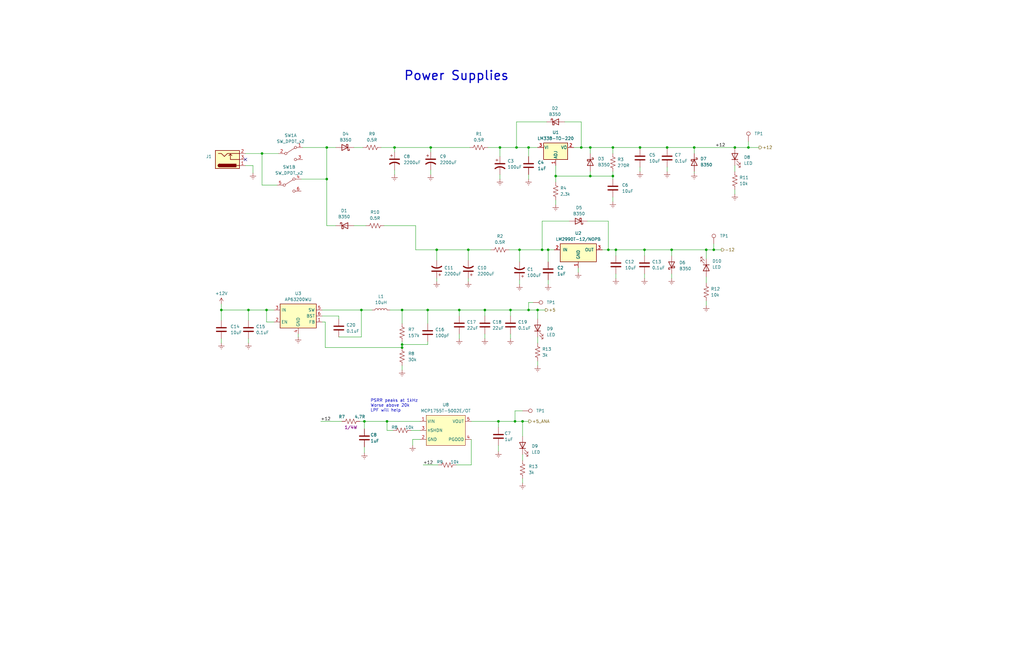
<source format=kicad_sch>
(kicad_sch (version 20230121) (generator eeschema)
  (paper "B")
  (title_block (title "Quadrophonic Joystick Mixer") (date "2024-02-14") (rev "P1"))
  (lib_symbols
    (symbol "Connector:Barrel_Jack_Switch" (pin_names hide)
      (property "Reference" "J" (at 0 5.334 0))
      (property "Value" "Barrel_Jack_Switch" (at 0 -5.08 0))
      (symbol "Barrel_Jack_Switch_1_1"
        (pin passive line (at 7.62 2.54 180) (length 2.54) (name "~") (number "1"))
        (pin passive line (at 7.62 -2.54 180) (length 2.54) (name "~") (number "2"))
        (pin passive line (at 7.62 0 180) (length 2.54) (name "~") (number "3"))
      )
    )
    (symbol "Connector:TestPoint" (pin_numbers hide) (pin_names (offset 0.762) hide)
      (property "Reference" "TP" (at 0 6.858 0))
      (property "Value" "TestPoint" (at 0 5.08 0))
      (symbol "TestPoint_1_1"
        (pin passive line (at 0 0 90) (length 2.54) (name "1") (number "1"))
      )
    )
    (symbol "Device:C" (pin_numbers hide) (pin_names (offset 0.254))
      (property "Reference" "C" (at 0.635 2.54 0))
      (property "Value" "C" (at 0.635 -2.54 0))
      (symbol "C_1_1"
        (pin passive line (at 0 3.81 270) (length 2.794) (name "~") (number "1"))
        (pin passive line (at 0 -3.81 90) (length 2.794) (name "~") (number "2"))
      )
    )
    (symbol "Device:C_Polarized_US" (pin_numbers hide) (pin_names (offset 0.254) hide)
      (property "Reference" "C" (at 0.635 2.54 0))
      (property "Value" "C_Polarized_US" (at 0.635 -2.54 0))
      (symbol "C_Polarized_US_1_1"
        (pin passive line (at 0 3.81 270) (length 2.794) (name "~") (number "1"))
        (pin passive line (at 0 -3.81 90) (length 3.302) (name "~") (number "2"))
      )
    )
    (symbol "Device:L" (pin_numbers hide) (pin_names (offset 1.016) hide)
      (property "Reference" "L" (at -1.27 0 90))
      (property "Value" "L" (at 1.905 0 90))
      (symbol "L_1_1"
        (pin passive line (at 0 3.81 270) (length 1.27) (name "1") (number "1"))
        (pin passive line (at 0 -3.81 90) (length 1.27) (name "2") (number "2"))
      )
    )
    (symbol "Device:LED" (pin_numbers hide) (pin_names (offset 1.016) hide)
      (property "Reference" "D" (at 0 2.54 0))
      (property "Value" "LED" (at 0 -2.54 0))
      (symbol "LED_1_1"
        (pin passive line (at -3.81 0 0) (length 2.54) (name "K") (number "1"))
        (pin passive line (at 3.81 0 180) (length 2.54) (name "A") (number "2"))
      )
    )
    (symbol "Device:R_US" (pin_numbers hide) (pin_names (offset 0))
      (property "Reference" "R" (at 2.54 0 90))
      (property "Value" "R_US" (at -2.54 0 90))
      (symbol "R_US_1_1"
        (pin passive line (at 0 3.81 270) (length 1.27) (name "~") (number "1"))
        (pin passive line (at 0 -3.81 90) (length 1.27) (name "~") (number "2"))
      )
    )
    (symbol "Diode:B350" (pin_numbers hide) (pin_names (offset 1.016) hide)
      (property "Reference" "D" (at 0 2.54 0))
      (property "Value" "B350" (at 0 -2.54 0))
      (symbol "B350_1_1"
        (pin passive line (at -3.81 0 0) (length 2.54) (name "K") (number "1"))
        (pin passive line (at 3.81 0 180) (length 2.54) (name "A") (number "2"))
      )
    )
    (symbol "Eyewool ICs:LM338-TO-220" (pin_names (offset 0.254))
      (property "Reference" "U" (at -3.81 3.175 0))
      (property "Value" "LM338-TO-220" (at 0 3.175 0))
      (symbol "LM338-TO-220_1_1"
        (pin input line (at 0 -7.62 90) (length 2.54) (name "ADJ") (number "1"))
        (pin power_out line (at 7.62 0 180) (length 2.54) (name "VO") (number "2"))
        (pin power_in line (at -7.62 0 0) (length 2.54) (name "VI") (number "3"))
      )
    )
    (symbol "Eyewool ICs:MCP1755T-5002E{slash}OT"
      (property "Reference" "U" (at -3.81 7.62 0))
      (property "Value" "MCP1755T-5002E{slash}OT" (at 2.54 -7.62 0))
      (symbol "MCP1755T-5002E{slash}OT_1_1"
        (pin power_in line (at -8.89 3.81 0) (length 2.54) (name "VIN") (number "1"))
        (pin power_in line (at -8.89 -3.81 0) (length 2.54) (name "GND") (number "2"))
        (pin input line (at -8.89 0 0) (length 2.54) (name "nSHDN") (number "3"))
        (pin output line (at 12.7 -3.81 180) (length 2.54) (name "PGOOD") (number "4"))
        (pin power_out line (at 12.7 3.81 180) (length 2.54) (name "VOUT") (number "5"))
      )
    )
    (symbol "Regulator_Linear:LM2990SX-12" (pin_names (offset 1.016))
      (property "Reference" "U" (at -7.874 4.064 0))
      (property "Value" "LM2990SX-12" (at -3.048 4.064 0))
      (symbol "LM2990SX-12_1_1"
        (pin power_in line (at 0 -7.62 90) (length 2.54) (name "GND") (number "1"))
        (pin power_in line (at -10.16 0 0) (length 2.54) (name "IN") (number "2"))
        (pin power_out line (at 10.16 0 180) (length 2.54) (name "OUT") (number "3"))
      )
    )
    (symbol "Regulator_Switching:AP63200WU"
      (property "Reference" "U" (at -7.62 6.35 0))
      (property "Value" "AP63200WU" (at 2.54 6.35 0))
      (symbol "AP63200WU_1_1"
        (pin input line (at 10.16 -2.54 180) (length 2.54) (name "FB") (number "1"))
        (pin input line (at -10.16 -2.54 0) (length 2.54) (name "EN") (number "2"))
        (pin power_in line (at -10.16 2.54 0) (length 2.54) (name "IN") (number "3"))
        (pin power_in line (at 0 -7.62 90) (length 2.54) (name "GND") (number "4"))
        (pin output line (at 10.16 2.54 180) (length 2.54) (name "SW") (number "5"))
        (pin passive line (at 10.16 0 180) (length 2.54) (name "BST") (number "6"))
      )
    )
    (symbol "Switch:SW_DPDT_x2" (pin_names (offset 0) hide)
      (property "Reference" "SW" (at 0 4.318 0))
      (property "Value" "SW_DPDT_x2" (at 0 -5.08 0))
      (symbol "SW_DPDT_x2_1_1"
        (pin passive line (at 5.08 2.54 180) (length 2.54) (name "A") (number "1"))
        (pin passive line (at -5.08 0 0) (length 2.54) (name "B") (number "2"))
        (pin passive line (at 5.08 -2.54 180) (length 2.54) (name "C") (number "3"))
      )
      (symbol "SW_DPDT_x2_2_1"
        (pin passive line (at 5.08 2.54 180) (length 2.54) (name "A") (number "4"))
        (pin passive line (at -5.08 0 0) (length 2.54) (name "B") (number "5"))
        (pin passive line (at 5.08 -2.54 180) (length 2.54) (name "C") (number "6"))
      )
    )
    (symbol "power:+12V" (power) (pin_names (offset 0))
      (property "Value" "+12V" (at 0 3.556 0))
      (symbol "+12V_1_1"
        (pin power_in line (at 0 0 90) (length 0) hide (name "+12V") (number "1"))
      )
    )
    (symbol "power:Earth" (power) (pin_names (offset 0))
      (symbol "Earth_1_1"
        (pin power_in line (at 0 0 270) (length 0) hide (name "Earth") (number "1"))
      )
    )
  )
  (junction (at 222.885 130.81))
  (junction (at 219.075 105.41))
  (junction (at 169.545 145.415))
  (junction (at 300.99 105.41))
  (junction (at 153.67 177.8))
  (junction (at 93.345 130.81))
  (junction (at 217.805 62.23))
  (junction (at 112.395 130.81))
  (junction (at 222.885 62.23))
  (junction (at 245.11 62.23))
  (junction (at 258.445 74.295))
  (junction (at 281.305 62.23))
  (junction (at 259.715 105.41))
  (junction (at 283.21 105.41))
  (junction (at 152.4 130.81))
  (junction (at 169.545 130.81))
  (junction (at 180.34 130.81))
  (junction (at 258.445 62.23))
  (junction (at 271.78 105.41))
  (junction (at 231.14 105.41))
  (junction (at 163.195 177.8))
  (junction (at 248.92 74.295))
  (junction (at 248.92 62.23))
  (junction (at 210.82 62.23))
  (junction (at 110.49 64.77))
  (junction (at 181.61 62.23))
  (junction (at 256.54 105.41))
  (junction (at 292.735 62.23))
  (junction (at 193.675 130.81))
  (junction (at 197.485 105.41))
  (junction (at 210.185 177.8))
  (junction (at 184.15 105.41))
  (junction (at 169.545 146.685))
  (junction (at 217.17 177.8))
  (junction (at 309.88 62.23))
  (junction (at 220.345 177.8))
  (junction (at 215.265 130.81))
  (junction (at 269.875 62.23))
  (junction (at 315.595 62.23))
  (junction (at 166.37 62.23))
  (junction (at 228.6 105.41))
  (junction (at 226.695 130.81))
  (junction (at 104.775 130.81))
  (junction (at 137.795 75.565))
  (junction (at 234.315 74.295))
  (junction (at 137.795 62.23))
  (junction (at 204.47 130.81))
  (junction (at 297.815 105.41))
  (no_connect (at 103.505 67.31))
  (wire (pts (xy 300.99 105.41) (xy 304.165 105.41)))
  (wire (pts (xy 241.935 62.23) (xy 245.11 62.23)))
  (wire (pts (xy 269.875 62.865) (xy 269.875 62.23)))
  (wire (pts (xy 222.885 73.66) (xy 222.885 75.565)))
  (wire (pts (xy 281.305 62.23) (xy 281.305 62.865)))
  (wire (pts (xy 234.315 69.85) (xy 234.315 74.295)))
  (wire (pts (xy 204.47 130.81) (xy 215.265 130.81)))
  (wire (pts (xy 269.875 70.485) (xy 269.875 72.39)))
  (wire (pts (xy 231.14 105.41) (xy 233.68 105.41)))
  (wire (pts (xy 234.315 84.455) (xy 234.315 86.36)))
  (wire (pts (xy 215.265 130.81) (xy 222.885 130.81)))
  (wire (pts (xy 292.735 62.23) (xy 309.88 62.23)))
  (wire (pts (xy 173.355 181.61) (xy 177.165 181.61)))
  (wire (pts (xy 181.61 62.23) (xy 181.61 64.135)))
  (wire (pts (xy 234.315 74.295) (xy 234.315 76.835)))
  (wire (pts (xy 115.57 130.81) (xy 112.395 130.81)))
  (wire (pts (xy 93.345 130.81) (xy 104.775 130.81)))
  (wire (pts (xy 222.885 62.23) (xy 226.695 62.23)))
  (wire (pts (xy 269.875 62.23) (xy 258.445 62.23)))
  (wire (pts (xy 181.61 62.23) (xy 198.12 62.23)))
  (wire (pts (xy 283.21 115.57) (xy 283.21 117.475)))
  (wire (pts (xy 300.99 102.87) (xy 300.99 105.41)))
  (wire (pts (xy 144.145 177.8) (xy 135.255 177.8)))
  (wire (pts (xy 173.99 185.42) (xy 173.99 187.96)))
  (wire (pts (xy 142.875 134.62) (xy 142.875 133.35)))
  (wire (pts (xy 149.225 62.23) (xy 153.035 62.23)))
  (wire (pts (xy 281.305 62.23) (xy 269.875 62.23)))
  (wire (pts (xy 166.37 62.23) (xy 181.61 62.23)))
  (wire (pts (xy 169.545 136.525) (xy 169.545 130.81)))
  (wire (pts (xy 234.315 74.295) (xy 248.92 74.295)))
  (wire (pts (xy 258.445 72.39) (xy 258.445 74.295)))
  (wire (pts (xy 93.345 135.255) (xy 93.345 130.81)))
  (wire (pts (xy 226.695 130.81) (xy 229.87 130.81)))
  (wire (pts (xy 210.82 62.23) (xy 217.805 62.23)))
  (wire (pts (xy 149.225 95.25) (xy 154.305 95.25)))
  (wire (pts (xy 93.345 142.875) (xy 93.345 144.78)))
  (wire (pts (xy 309.88 62.23) (xy 315.595 62.23)))
  (wire (pts (xy 222.885 62.23) (xy 222.885 66.04)))
  (wire (pts (xy 180.34 136.525) (xy 180.34 130.81)))
  (wire (pts (xy 220.345 173.355) (xy 217.17 173.355)))
  (wire (pts (xy 228.6 93.345) (xy 228.6 105.41)))
  (wire (pts (xy 297.815 116.84) (xy 297.815 119.38)))
  (wire (pts (xy 243.84 113.03) (xy 243.84 114.935)))
  (wire (pts (xy 110.49 78.105) (xy 110.49 64.77)))
  (wire (pts (xy 135.89 133.35) (xy 142.875 133.35)))
  (wire (pts (xy 292.735 72.39) (xy 292.735 73.025)))
  (wire (pts (xy 104.775 142.875) (xy 104.775 144.78)))
  (wire (pts (xy 137.16 135.89) (xy 137.16 146.685)))
  (wire (pts (xy 283.21 107.95) (xy 283.21 105.41)))
  (wire (pts (xy 152.4 142.24) (xy 152.4 130.81)))
  (wire (pts (xy 281.305 70.485) (xy 281.305 72.39)))
  (wire (pts (xy 204.47 140.97) (xy 204.47 142.875)))
  (wire (pts (xy 281.305 62.23) (xy 292.735 62.23)))
  (wire (pts (xy 271.78 105.41) (xy 259.715 105.41)))
  (wire (pts (xy 210.82 73.66) (xy 210.82 75.565)))
  (wire (pts (xy 184.15 105.41) (xy 197.485 105.41)))
  (wire (pts (xy 106.68 69.85) (xy 106.68 73.025)))
  (wire (pts (xy 169.545 145.415) (xy 169.545 146.685)))
  (wire (pts (xy 259.715 105.41) (xy 256.54 105.41)))
  (wire (pts (xy 103.505 69.85) (xy 106.68 69.85)))
  (wire (pts (xy 210.185 187.96) (xy 210.185 190.5)))
  (wire (pts (xy 210.82 62.23) (xy 210.82 66.04)))
  (wire (pts (xy 151.765 177.8) (xy 153.67 177.8)))
  (wire (pts (xy 231.14 118.11) (xy 231.14 120.015)))
  (wire (pts (xy 220.345 191.77) (xy 220.345 194.31)))
  (wire (pts (xy 245.11 62.23) (xy 248.92 62.23)))
  (wire (pts (xy 180.34 144.145) (xy 180.34 145.415)))
  (wire (pts (xy 297.815 105.41) (xy 300.99 105.41)))
  (wire (pts (xy 247.65 93.345) (xy 256.54 93.345)))
  (wire (pts (xy 228.6 105.41) (xy 231.14 105.41)))
  (wire (pts (xy 178.435 196.215) (xy 184.785 196.215)))
  (wire (pts (xy 215.265 140.97) (xy 215.265 142.875)))
  (wire (pts (xy 198.755 177.8) (xy 210.185 177.8)))
  (wire (pts (xy 222.885 127.635) (xy 222.885 130.81)))
  (wire (pts (xy 248.92 74.295) (xy 258.445 74.295)))
  (wire (pts (xy 226.695 130.81) (xy 226.695 134.62)))
  (wire (pts (xy 104.775 130.81) (xy 104.775 135.255)))
  (wire (pts (xy 175.26 95.25) (xy 175.26 105.41)))
  (wire (pts (xy 181.61 71.755) (xy 181.61 73.66)))
  (wire (pts (xy 112.395 130.81) (xy 112.395 135.89)))
  (wire (pts (xy 217.17 173.355) (xy 217.17 177.8)))
  (wire (pts (xy 197.485 105.41) (xy 207.01 105.41)))
  (wire (pts (xy 127.635 62.23) (xy 137.795 62.23)))
  (wire (pts (xy 177.165 185.42) (xy 173.99 185.42)))
  (wire (pts (xy 230.505 51.435) (xy 217.805 51.435)))
  (wire (pts (xy 184.15 105.41) (xy 184.15 109.855)))
  (wire (pts (xy 224.79 127.635) (xy 222.885 127.635)))
  (wire (pts (xy 175.26 105.41) (xy 184.15 105.41)))
  (wire (pts (xy 104.775 130.81) (xy 112.395 130.81)))
  (wire (pts (xy 214.63 105.41) (xy 219.075 105.41)))
  (wire (pts (xy 137.795 75.565) (xy 137.795 95.25)))
  (wire (pts (xy 193.675 133.35) (xy 193.675 130.81)))
  (wire (pts (xy 116.84 78.105) (xy 110.49 78.105)))
  (wire (pts (xy 153.67 188.595) (xy 153.67 191.135)))
  (wire (pts (xy 137.795 62.23) (xy 141.605 62.23)))
  (wire (pts (xy 309.88 80.01) (xy 309.88 81.915)))
  (wire (pts (xy 177.165 177.8) (xy 163.195 177.8)))
  (wire (pts (xy 137.795 62.23) (xy 137.795 75.565)))
  (wire (pts (xy 204.47 133.35) (xy 204.47 130.81)))
  (wire (pts (xy 248.92 62.23) (xy 248.92 64.77)))
  (wire (pts (xy 283.21 105.41) (xy 297.815 105.41)))
  (wire (pts (xy 160.655 62.23) (xy 166.37 62.23)))
  (wire (pts (xy 259.715 115.57) (xy 259.715 117.475)))
  (wire (pts (xy 219.075 105.41) (xy 228.6 105.41)))
  (wire (pts (xy 166.37 71.755) (xy 166.37 73.66)))
  (wire (pts (xy 153.67 177.8) (xy 163.195 177.8)))
  (wire (pts (xy 258.445 83.185) (xy 258.445 85.09)))
  (wire (pts (xy 169.545 154.305) (xy 169.545 156.21)))
  (wire (pts (xy 169.545 130.81) (xy 180.34 130.81)))
  (wire (pts (xy 184.15 117.475) (xy 184.15 118.745)))
  (wire (pts (xy 245.11 51.435) (xy 238.125 51.435)))
  (wire (pts (xy 135.89 135.89) (xy 137.16 135.89)))
  (wire (pts (xy 271.78 115.57) (xy 271.78 117.475)))
  (wire (pts (xy 103.505 64.77) (xy 110.49 64.77)))
  (wire (pts (xy 161.925 95.25) (xy 175.26 95.25)))
  (wire (pts (xy 193.675 140.97) (xy 193.675 142.875)))
  (wire (pts (xy 256.54 105.41) (xy 254 105.41)))
  (wire (pts (xy 215.265 133.35) (xy 215.265 130.81)))
  (wire (pts (xy 226.695 152.4) (xy 226.695 154.305)))
  (wire (pts (xy 220.345 201.93) (xy 220.345 203.835)))
  (wire (pts (xy 166.37 62.23) (xy 166.37 64.135)))
  (wire (pts (xy 110.49 64.77) (xy 117.475 64.77)))
  (wire (pts (xy 217.17 177.8) (xy 210.185 177.8)))
  (wire (pts (xy 169.545 145.415) (xy 169.545 144.145)))
  (wire (pts (xy 153.67 180.975) (xy 153.67 177.8)))
  (wire (pts (xy 205.74 62.23) (xy 210.82 62.23)))
  (wire (pts (xy 219.075 118.11) (xy 219.075 120.015)))
  (wire (pts (xy 220.345 177.8) (xy 217.17 177.8)))
  (wire (pts (xy 292.735 64.77) (xy 292.735 62.23)))
  (wire (pts (xy 217.805 62.23) (xy 222.885 62.23)))
  (wire (pts (xy 141.605 95.25) (xy 137.795 95.25)))
  (wire (pts (xy 112.395 135.89) (xy 115.57 135.89)))
  (wire (pts (xy 217.805 51.435) (xy 217.805 62.23)))
  (wire (pts (xy 271.78 105.41) (xy 271.78 107.95)))
  (wire (pts (xy 315.595 62.23) (xy 320.04 62.23)))
  (wire (pts (xy 142.875 142.24) (xy 152.4 142.24)))
  (wire (pts (xy 248.92 72.39) (xy 248.92 74.295)))
  (wire (pts (xy 315.595 59.69) (xy 315.595 62.23)))
  (wire (pts (xy 210.185 177.8) (xy 210.185 180.34)))
  (wire (pts (xy 163.195 181.61) (xy 165.735 181.61)))
  (wire (pts (xy 259.715 107.95) (xy 259.715 105.41)))
  (wire (pts (xy 197.485 117.475) (xy 197.485 118.745)))
  (wire (pts (xy 231.14 105.41) (xy 231.14 110.49)))
  (wire (pts (xy 193.675 130.81) (xy 204.47 130.81)))
  (wire (pts (xy 125.73 140.97) (xy 125.73 142.24)))
  (wire (pts (xy 248.92 62.23) (xy 258.445 62.23)))
  (wire (pts (xy 220.345 184.15) (xy 220.345 177.8)))
  (wire (pts (xy 256.54 93.345) (xy 256.54 105.41)))
  (wire (pts (xy 198.755 185.42) (xy 198.755 196.215)))
  (wire (pts (xy 192.405 196.215) (xy 198.755 196.215)))
  (wire (pts (xy 197.485 105.41) (xy 197.485 109.855)))
  (wire (pts (xy 152.4 130.81) (xy 156.845 130.81)))
  (wire (pts (xy 222.885 130.81) (xy 226.695 130.81)))
  (wire (pts (xy 93.345 128.27) (xy 93.345 130.81)))
  (wire (pts (xy 127 75.565) (xy 137.795 75.565)))
  (wire (pts (xy 220.345 177.8) (xy 222.885 177.8)))
  (wire (pts (xy 137.16 146.685) (xy 169.545 146.685)))
  (wire (pts (xy 226.695 142.24) (xy 226.695 144.78)))
  (wire (pts (xy 180.34 130.81) (xy 193.675 130.81)))
  (wire (pts (xy 240.03 93.345) (xy 228.6 93.345)))
  (wire (pts (xy 180.34 145.415) (xy 169.545 145.415)))
  (wire (pts (xy 163.195 177.8) (xy 163.195 181.61)))
  (wire (pts (xy 271.78 105.41) (xy 283.21 105.41)))
  (wire (pts (xy 309.88 69.85) (xy 309.88 72.39)))
  (wire (pts (xy 245.11 62.23) (xy 245.11 51.435)))
  (wire (pts (xy 258.445 64.77) (xy 258.445 62.23)))
  (wire (pts (xy 135.89 130.81) (xy 152.4 130.81)))
  (wire (pts (xy 297.815 127) (xy 297.815 128.905)))
  (wire (pts (xy 297.815 109.22) (xy 297.815 105.41)))
  (wire (pts (xy 258.445 74.295) (xy 258.445 75.565)))
  (wire (pts (xy 219.075 105.41) (xy 219.075 110.49)))
  (wire (pts (xy 164.465 130.81) (xy 169.545 130.81)))
  (text "Power Supplies" (at 170.18 34.29 0) (effects (font (size 3.81 3.81) (thickness 0.508) bold) (justify left bottom)))
  (text "PSRR peaks at 1kHz\nWorse above 20k\nLPF will help" (at 156.21 173.99 0) (effects (font (size 1.27 1.27)) (justify left bottom)))
  (label "+12" (at 301.625 62.23 0))
  (label "+12" (at 135.255 177.8 0))
  (label "+12" (at 178.435 196.215 0))
  (hierarchical_label "+5_ANA" (shape output) (at 222.885 177.8 0))
  (hierarchical_label "-12" (shape output) (at 304.165 105.41 0))
  (hierarchical_label "+5" (shape output) (at 229.87 130.81 0))
  (hierarchical_label "+12" (shape output) (at 320.04 62.23 0))
  (symbol (lib_id "Device:C") (at 215.265 137.16 0) (unit 1)
    (property "Reference" "C19" (at 218.44 135.89 0) (effects (justify left)))
    (property "Value" "0.1uF" (at 218.44 138.43 0) (effects (justify left)))
    (property "Footprint" "Capacitor_SMD:C_0805_2012Metric_Pad1.18x1.45mm_HandSolder" (effects hide))
    (property "DK PN" "1276-1003-1-ND" (effects hide))
    (property "MPN" "CL21B104KBCNNNC" (effects hide))
  )
  (symbol (lib_id "power:Earth") (at 271.78 117.475 0) (unit 1)
    (property "Reference" "#PWR017" (effects hide))
    (property "Value" "Earth" (effects hide))
    (instances (project "Quad Joystick Mixer" (path "" (reference "#PWR017") (unit 1)) (path "" (reference "#PWR019") (unit 1))))
  )
  (symbol (lib_id "Eyewool ICs:LM338-TO-220") (at 234.315 62.23 0) (unit 1)
    (property "Reference" "U1" (at 234.315 55.88 0))
    (property "Value" "LM338-TO-220" (at 234.315 58.42 0))
    (property "Footprint" "Package_TO_SOT_THT:TO-220-3_Vertical" (effects hide))
    (property "Datasheet" "https://www.ti.com/lit/ds/symlink/lm338.pdf?HQS=dis-dk-null-digikeymode-dsf-pf-null-wwe&ts=1706899150049&ref_url=https%253A%252F%252Fwww.ti.com%252Fgeneral%252Fdocs%252Fsuppproductinfo.tsp%253FdistId%253D10%2526gotoUrl%253Dhttps%253A%252F%252Fwww.ti.com%252Flit%252Fgpn%252Flm338" (effects hide))
  )
  (symbol (lib_id "Connector:Barrel_Jack_Switch") (at 95.885 67.31 0) (mirror x) (unit 1)
    (property "Reference" "J1" (at 89.281 66.0399 0) (effects (justify right)))
    (property "Value" "Barrel_Jack_Switch" (effects hide))
    (property "Footprint" "Eyewool Connectors:Love My Switches 2.1MM PCB Mount DC Jack" (effects hide))
    (instances (project "pt2399 delay" (path "" (reference "J1") (unit 1))) (project "Quad Joystick Mixer" (path "" (reference "J2") (unit 1)) (path "" (reference "J1") (unit 1))))
  )
  (symbol (lib_id "power:Earth") (at 283.21 117.475 0) (unit 1)
    (property "Reference" "#PWR021" (effects hide))
    (property "Value" "Earth" (effects hide))
  )
  (symbol (lib_id "power:Earth") (at 93.345 144.78 0) (unit 1)
    (property "Reference" "#PWR023" (effects hide))
    (property "Value" "Earth" (effects hide))
    (instances (project "Quad Joystick Mixer" (path "" (reference "#PWR023") (unit 1)) (path "" (reference "#PWR035") (unit 1))))
  )
  (symbol (lib_id "Device:R_US") (at 220.345 198.12 0) (unit 1)
    (property "Reference" "R13" (at 222.885 196.85 0) (effects (justify left)))
    (property "Value" "3k" (at 222.885 199.39 0) (effects (justify left)))
    (property "Footprint" "Resistor_SMD:R_0805_2012Metric_Pad1.20x1.40mm_HandSolder" (effects hide))
    (instances (project "Quad Joystick Mixer" (path "" (reference "R13") (unit 1)) (path "" (reference "R3") (unit 1))))
  )
  (symbol (lib_id "Device:C") (at 204.47 137.16 0) (unit 1)
    (property "Reference" "C18" (at 207.645 135.89 0) (effects (justify left)))
    (property "Value" "22uF" (at 207.645 138.43 0) (effects (justify left)))
    (property "Footprint" "Capacitor_SMD:C_1206_3216Metric_Pad1.33x1.80mm_HandSolder" (effects hide))
    (property "DK PN" "445-8045-1-ND" (effects hide))
    (property "MPN" "C3216X5R1V226M160AC" (effects hide))
  )
  (symbol (lib_id "Diode:B350") (at 292.735 68.58 270) (unit 1)
    (property "Reference" "D7" (at 295.275 66.9925 90) (effects (justify left)))
    (property "Value" "B350" (at 295.275 69.5325 90) (effects (justify left)))
    (property "Footprint" "Diode_SMD:D_SMA_Handsoldering" (effects hide))
    (property "Datasheet" "http://www.jameco.com/Jameco/Products/ProdDS/1538777.pdf" (effects hide))
    (property "DK PN" "B350A-FDICT-ND" (effects hide))
    (property "MPN" "B350A-13-F" (effects hide))
    (instances (project "Quad Joystick Mixer" (path "" (reference "D7") (unit 1)) (path "" (reference "D4") (unit 1))))
  )
  (symbol (lib_id "power:Earth") (at 169.545 156.21 0) (unit 1)
    (property "Reference" "#PWR027" (effects hide))
    (property "Value" "Earth" (effects hide))
    (instances (project "Quad Joystick Mixer" (path "" (reference "#PWR027") (unit 1)) (path "" (reference "#PWR037") (unit 1))))
  )
  (symbol (lib_id "Device:R_US") (at 234.315 80.645 0) (unit 1)
    (property "Reference" "R4" (at 236.22 79.375 0) (effects (justify left)))
    (property "Value" "2.3k" (at 236.22 81.915 0) (effects (justify left)))
    (property "Footprint" "Resistor_SMD:R_0805_2012Metric_Pad1.20x1.40mm_HandSolder" (effects hide))
    (instances (project "Quad Joystick Mixer" (path "" (reference "R4") (unit 1)) (path "" (reference "R5") (unit 1))))
  )
  (symbol (lib_id "Device:R_US") (at 156.845 62.23 90) (unit 1)
    (property "Reference" "R9" (at 156.845 56.515 90))
    (property "Value" "0.5R" (at 156.845 59.055 90))
    (property "Footprint" "Resistor_SMD:R_2512_6332Metric_Pad1.40x3.35mm_HandSolder" (effects hide))
    (property "Power" "2W" (effects hide))
    (property "DK PN" "CSRN2512FKR500CT-ND" (effects hide))
    (property "MPN" "CSRN2512FKR500" (effects hide))
    (instances (project "Quad Joystick Mixer" (path "" (reference "R9") (unit 1)) (path "" (reference "R1") (unit 1))))
  )
  (symbol (lib_id "power:Earth") (at 259.715 117.475 0) (unit 1)
    (property "Reference" "#PWR016" (effects hide))
    (property "Value" "Earth" (effects hide))
    (instances (project "Quad Joystick Mixer" (path "" (reference "#PWR016") (unit 1)) (path "" (reference "#PWR018") (unit 1))))
  )
  (symbol (lib_id "Device:C") (at 180.34 140.335 0) (unit 1)
    (property "Reference" "C16" (at 183.515 139.065 0) (effects (justify left)))
    (property "Value" "100pF" (at 183.515 141.605 0) (effects (justify left)))
    (property "Footprint" "Capacitor_SMD:C_0805_2012Metric_Pad1.18x1.45mm_HandSolder" (effects hide))
    (property "DK PN" "1276-1014-1-ND" (effects hide))
    (property "MPN" "CL21C101JBANNNC" (effects hide))
    (instances (project "Quad Joystick Mixer" (path "" (reference "C16") (unit 1)) (path "" (reference "C23") (unit 1))))
  )
  (symbol (lib_id "power:Earth") (at 231.14 120.015 0) (unit 1)
    (property "Reference" "#PWR03" (effects hide))
    (property "Value" "Earth" (effects hide))
    (instances (project "Quad Joystick Mixer" (path "" (reference "#PWR03") (unit 1)) (path "" (reference "#PWR028") (unit 1))))
  )
  (symbol (lib_id "Regulator_Linear:LM2990SX-12") (at 243.84 105.41 0) (unit 1)
    (property "Reference" "U2" (at 243.84 98.425 0))
    (property "Value" "LM2990T-12/NOPB" (at 243.84 100.965 0))
    (property "Footprint" "Package_TO_SOT_THT:TO-220-3_Vertical" (effects hide))
    (property "Datasheet" "http://www.ti.com/lit/ds/symlink/lm2990.pdf" (effects hide))
  )
  (symbol (lib_id "power:Earth") (at 234.315 86.36 0) (unit 1)
    (property "Reference" "#PWR08" (effects hide))
    (property "Value" "Earth" (effects hide))
    (instances (project "Quad Joystick Mixer" (path "" (reference "#PWR08") (unit 1)) (path "" (reference "#PWR012") (unit 1))))
  )
  (symbol (lib_id "power:Earth") (at 281.305 72.39 0) (unit 1)
    (property "Reference" "#PWR011" (effects hide))
    (property "Value" "Earth" (effects hide))
    (instances (project "Quad Joystick Mixer" (path "" (reference "#PWR011") (unit 1)) (path "" (reference "#PWR02") (unit 1))))
  )
  (symbol (lib_id "Regulator_Switching:AP63200WU") (at 125.73 133.35 0) (unit 1)
    (property "Reference" "U3" (at 125.73 123.825 0))
    (property "Value" "AP63200WU" (at 125.73 126.365 0))
    (property "Footprint" "Package_TO_SOT_SMD:TSOT-23-6" (effects hide))
    (property "Datasheet" "https://www.diodes.com/assets/Datasheets/AP63200-AP63201-AP63203-AP63205.pdf" (effects hide))
  )
  (symbol (lib_id "Device:R_US") (at 201.93 62.23 90) (unit 1)
    (property "Reference" "R1" (at 201.93 56.515 90))
    (property "Value" "0.5R" (at 201.93 59.055 90))
    (property "Footprint" "Resistor_SMD:R_2512_6332Metric_Pad1.40x3.35mm_HandSolder" (effects hide))
    (property "Power" "2W" (effects hide))
    (property "DK PN" "CSRN2512FKR500CT-ND" (effects hide))
    (property "MPN" "CSRN2512FKR500" (effects hide))
    (instances (project "Quad Joystick Mixer" (path "" (reference "R1") (unit 1)) (path "" (reference "R2") (unit 1))))
  )
  (symbol (lib_id "Device:R_US") (at 226.695 148.59 0) (unit 1)
    (property "Reference" "R13" (at 228.6 147.32 0) (effects (justify left)))
    (property "Value" "3k" (at 228.6 149.86 0) (effects (justify left)))
    (property "Footprint" "Resistor_SMD:R_0805_2012Metric_Pad1.20x1.40mm_HandSolder" (effects hide))
    (instances (project "Quad Joystick Mixer" (path "" (reference "R13") (unit 1)) (path "" (reference "R10") (unit 1))))
  )
  (symbol (lib_id "power:Earth") (at 197.485 118.745 0) (unit 1)
    (property "Reference" "#PWR014" (effects hide))
    (property "Value" "Earth" (effects hide))
    (instances (project "Quad Joystick Mixer" (path "" (reference "#PWR014") (unit 1)) (path "" (reference "#PWR023") (unit 1))))
  )
  (symbol (lib_id "Device:R_US") (at 258.445 68.58 0) (unit 1)
    (property "Reference" "R3" (at 260.35 67.31 0) (effects (justify left)))
    (property "Value" "270R" (at 260.35 69.85 0) (effects (justify left)))
    (property "Footprint" "Resistor_SMD:R_0805_2012Metric_Pad1.20x1.40mm_HandSolder" (effects hide))
    (instances (project "Quad Joystick Mixer" (path "" (reference "R3") (unit 1)) (path "" (reference "R4") (unit 1))))
  )
  (symbol (lib_id "Device:LED") (at 226.695 138.43 90) (unit 1)
    (property "Reference" "D9" (at 230.505 138.7475 90) (effects (justify right)))
    (property "Value" "LED" (at 230.505 141.2875 90) (effects (justify right)))
    (property "Footprint" "LED_THT:LED_D3.0mm_FlatTop" (effects hide))
    (instances (project "Quad Joystick Mixer" (path "" (reference "D9") (unit 1)) (path "" (reference "D8") (unit 1))))
  )
  (symbol (lib_id "Diode:B350") (at 145.415 95.25 0) (unit 1)
    (property "Reference" "D1" (at 145.0975 88.9 0))
    (property "Value" "B350" (at 145.0975 91.44 0))
    (property "Footprint" "Diode_SMD:D_SMA_Handsoldering" (effects hide))
    (property "Datasheet" "http://www.jameco.com/Jameco/Products/ProdDS/1538777.pdf" (effects hide))
    (property "DK PN" "B350A-FDICT-ND" (effects hide))
    (property "MPN" "B350A-13-F" (effects hide))
    (instances (project "Quad Joystick Mixer" (path "" (reference "D1") (unit 1)) (path "" (reference "D6") (unit 1))))
  )
  (symbol (lib_id "Device:C") (at 142.875 138.43 0) (unit 1)
    (property "Reference" "C20" (at 146.05 137.16 0) (effects (justify left)))
    (property "Value" "0.1uF" (at 146.05 139.7 0) (effects (justify left)))
    (property "Footprint" "Capacitor_SMD:C_0805_2012Metric_Pad1.18x1.45mm_HandSolder" (effects hide))
    (property "DK PN" "1276-1003-1-ND" (effects hide))
    (property "MPN" "CL21B104KBCNNNC" (effects hide))
  )
  (symbol (lib_id "Device:C_Polarized_US") (at 197.485 113.665 180) (unit 1)
    (property "Reference" "C10" (at 201.295 113.03 0) (effects (justify right)))
    (property "Value" "2200uF" (at 201.295 115.57 0) (effects (justify right)))
    (property "Footprint" "Capacitor_THT:C_Radial_D16.0mm_H25.0mm_P7.50mm" (effects hide))
    (property "V" "50V" (effects hide))
    (property "DK PN" "1189-2266-ND" (effects hide))
    (property "MPN" "35ZLH2200MEFC16X25" (effects hide))
    (instances (project "Quad Joystick Mixer" (path "" (reference "C10") (unit 1)) (path "" (reference "C13") (unit 1))))
  )
  (symbol (lib_id "Diode:B350") (at 283.21 111.76 90) (unit 1)
    (property "Reference" "D6" (at 286.385 110.8075 90) (effects (justify right)))
    (property "Value" "B350" (at 286.385 113.3475 90) (effects (justify right)))
    (property "Footprint" "Diode_SMD:D_SMA_Handsoldering" (effects hide))
    (property "Datasheet" "http://www.jameco.com/Jameco/Products/ProdDS/1538777.pdf" (effects hide))
    (property "DK PN" "B350A-FDICT-ND" (effects hide))
    (property "MPN" "B350A-13-F" (effects hide))
    (instances (project "Quad Joystick Mixer" (path "" (reference "D6") (unit 1)) (path "" (reference "D10") (unit 1))))
  )
  (symbol (lib_id "Device:C") (at 222.885 69.85 0) (unit 1)
    (property "Reference" "C4" (at 226.695 68.58 0) (effects (justify left)))
    (property "Value" "1uF" (at 226.695 71.12 0) (effects (justify left)))
    (property "Footprint" "Capacitor_SMD:C_0805_2012Metric_Pad1.18x1.45mm_HandSolder" (effects hide))
    (property "V" "50V" (effects hide))
    (property "DK PN" "1276-1029-1-ND" (effects hide))
    (property "MPN" "CL21B105KBFNNNE" (effects hide))
    (instances (project "Quad Joystick Mixer" (path "" (reference "C4") (unit 1)) (path "" (reference "C6") (unit 1))))
  )
  (symbol (lib_id "power:Earth") (at 210.185 190.5 0) (unit 1)
    (property "Reference" "#PWR0107" (effects hide))
    (property "Value" "Earth" (effects hide))
    (instances (project "pt2399 delay" (path "" (reference "#PWR0107") (unit 1))) (project "Quad Joystick Mixer" (path "" (reference "#PWR051") (unit 1))))
  )
  (symbol (lib_id "Device:R_US") (at 309.88 76.2 0) (unit 1)
    (property "Reference" "R11" (at 311.785 74.93 0) (effects (justify left)))
    (property "Value" "10k" (at 311.785 77.47 0) (effects (justify left)))
    (property "Footprint" "Resistor_SMD:R_0805_2012Metric_Pad1.20x1.40mm_HandSolder" (effects hide))
    (instances (project "Quad Joystick Mixer" (path "" (reference "R11") (unit 1)) (path "" (reference "R9") (unit 1))))
  )
  (symbol (lib_id "power:Earth") (at 222.885 75.565 0) (unit 1)
    (property "Reference" "#PWR05" (effects hide))
    (property "Value" "Earth" (effects hide))
    (instances (project "Quad Joystick Mixer" (path "" (reference "#PWR05") (unit 1)) (path "" (reference "#PWR010") (unit 1))))
  )
  (symbol (lib_id "power:Earth") (at 173.99 187.96 0) (unit 1)
    (property "Reference" "#PWR0104" (effects hide))
    (property "Value" "Earth" (effects hide))
    (instances (project "pt2399 delay" (path "" (reference "#PWR0104") (unit 1))) (project "Quad Joystick Mixer" (path "" (reference "#PWR050") (unit 1))))
  )
  (symbol (lib_id "power:Earth") (at 204.47 142.875 0) (unit 1)
    (property "Reference" "#PWR029" (effects hide))
    (property "Value" "Earth" (effects hide))
    (instances (project "Quad Joystick Mixer" (path "" (reference "#PWR029") (unit 1)) (path "" (reference "#PWR033") (unit 1))))
  )
  (symbol (lib_id "power:Earth") (at 226.695 154.305 0) (unit 1)
    (property "Reference" "#PWR040" (effects hide))
    (property "Value" "Earth" (effects hide))
    (instances (project "Quad Joystick Mixer" (path "" (reference "#PWR040") (unit 1)) (path "" (reference "#PWR025") (unit 1))))
  )
  (symbol (lib_id "Device:C") (at 231.14 114.3 0) (unit 1)
    (property "Reference" "C2" (at 234.95 113.03 0) (effects (justify left)))
    (property "Value" "1uF" (at 234.95 115.57 0) (effects (justify left)))
    (property "Footprint" "Capacitor_SMD:C_0805_2012Metric_Pad1.18x1.45mm_HandSolder" (effects hide))
    (property "V" "50V" (effects hide))
    (property "DK PN" "1276-1029-1-ND" (effects hide))
    (property "MPN" "CL21B105KBFNNNE" (effects hide))
    (instances (project "Quad Joystick Mixer" (path "" (reference "C2") (unit 1)) (path "" (reference "C15") (unit 1))))
  )
  (symbol (lib_id "power:Earth") (at 219.075 120.015 0) (unit 1)
    (property "Reference" "#PWR02" (effects hide))
    (property "Value" "Earth" (effects hide))
    (instances (project "Quad Joystick Mixer" (path "" (reference "#PWR02") (unit 1)) (path "" (reference "#PWR027") (unit 1))))
  )
  (symbol (lib_id "Device:C_Polarized_US") (at 166.37 67.945 0) (unit 1)
    (property "Reference" "C8" (at 170.18 66.04 0) (effects (justify left)))
    (property "Value" "2200uF" (at 170.18 68.58 0) (effects (justify left)))
    (property "Footprint" "Capacitor_THT:C_Radial_D16.0mm_H25.0mm_P7.50mm" (effects hide))
    (property "V" "50V" (effects hide))
    (property "DK PN" "1189-2266-ND" (effects hide))
    (property "MPN" "35ZLH2200MEFC16X25" (effects hide))
    (instances (project "Quad Joystick Mixer" (path "" (reference "C8") (unit 1)) (path "" (reference "C3") (unit 1))))
  )
  (symbol (lib_id "power:Earth") (at 297.815 128.905 0) (unit 1)
    (property "Reference" "#PWR041" (effects hide))
    (property "Value" "Earth" (effects hide))
    (instances (project "Quad Joystick Mixer" (path "" (reference "#PWR041") (unit 1)) (path "" (reference "#PWR026") (unit 1))))
  )
  (symbol (lib_id "Device:LED") (at 309.88 66.04 90) (unit 1)
    (property "Reference" "D8" (at 313.69 66.3575 90) (effects (justify right)))
    (property "Value" "LED" (at 313.69 68.8975 90) (effects (justify right)))
    (property "Footprint" "LED_THT:LED_D3.0mm_FlatTop" (effects hide))
    (instances (project "Quad Joystick Mixer" (path "" (reference "D8") (unit 1)) (path "" (reference "D7") (unit 1))))
  )
  (symbol (lib_id "Device:R_US") (at 169.545 140.335 0) (unit 1)
    (property "Reference" "R7" (at 172.085 139.065 0) (effects (justify left)))
    (property "Value" "157k" (at 172.085 141.605 0) (effects (justify left)))
    (property "Footprint" "Resistor_SMD:R_0805_2012Metric_Pad1.20x1.40mm_HandSolder" (effects hide))
    (instances (project "Quad Joystick Mixer" (path "" (reference "R7") (unit 1)) (path "" (reference "R12") (unit 1))))
  )
  (symbol (lib_id "Device:R_US") (at 169.545 150.495 0) (unit 1)
    (property "Reference" "R8" (at 172.085 149.225 0) (effects (justify left)))
    (property "Value" "30k" (at 172.085 151.765 0) (effects (justify left)))
    (property "Footprint" "Resistor_SMD:R_0805_2012Metric_Pad1.20x1.40mm_HandSolder" (effects hide))
    (instances (project "Quad Joystick Mixer" (path "" (reference "R8") (unit 1)) (path "" (reference "R13") (unit 1))))
  )
  (symbol (lib_id "power:Earth") (at 184.15 118.745 0) (unit 1)
    (property "Reference" "#PWR015" (effects hide))
    (property "Value" "Earth" (effects hide))
    (instances (project "Quad Joystick Mixer" (path "" (reference "#PWR015") (unit 1)) (path "" (reference "#PWR022") (unit 1))))
  )
  (symbol (lib_id "power:Earth") (at 210.82 75.565 0) (unit 1)
    (property "Reference" "#PWR04" (effects hide))
    (property "Value" "Earth" (effects hide))
    (instances (project "Quad Joystick Mixer" (path "" (reference "#PWR04") (unit 1)) (path "" (reference "#PWR09") (unit 1))))
  )
  (symbol (lib_id "Device:C") (at 104.775 139.065 0) (unit 1)
    (property "Reference" "C15" (at 107.95 137.795 0) (effects (justify left)))
    (property "Value" "0.1uF" (at 107.95 140.335 0) (effects (justify left)))
    (property "Footprint" "Capacitor_SMD:C_0805_2012Metric_Pad1.18x1.45mm_HandSolder" (effects hide))
    (property "DK PN" "1276-1003-1-ND" (effects hide))
    (property "MPN" "CL21B104KBCNNNC" (effects hide))
    (instances (project "Quad Joystick Mixer" (path "" (reference "C15") (unit 1)) (path "" (reference "C22") (unit 1))))
  )
  (symbol (lib_id "Device:C") (at 271.78 111.76 0) (unit 1)
    (property "Reference" "C13" (at 274.955 110.49 0) (effects (justify left)))
    (property "Value" "0.1uF" (at 274.955 113.03 0) (effects (justify left)))
    (property "Footprint" "Capacitor_SMD:C_0805_2012Metric_Pad1.18x1.45mm_HandSolder" (effects hide))
    (property "DK PN" "1276-1003-1-ND" (effects hide))
    (property "MPN" "CL21B104KBCNNNC" (effects hide))
    (instances (project "Quad Joystick Mixer" (path "" (reference "C13") (unit 1)) (path "" (reference "C11") (unit 1))))
  )
  (symbol (lib_id "power:Earth") (at 269.875 72.39 0) (unit 1)
    (property "Reference" "#PWR010" (effects hide))
    (property "Value" "Earth" (effects hide))
    (instances (project "Quad Joystick Mixer" (path "" (reference "#PWR010") (unit 1)) (path "" (reference "#PWR01") (unit 1))))
  )
  (symbol (lib_id "Connector:TestPoint") (at 220.345 173.355 270) (unit 1)
    (property "Reference" "TP1" (at 226.06 173.355 90) (effects (justify left)))
    (property "Value" "TestPoint" (effects hide))
    (property "Footprint" "TestPoint:TestPoint_THTPad_D1.5mm_Drill0.7mm" (effects hide))
    (instances (project "Quad Joystick Mixer" (path "" (reference "TP1") (unit 1)) (path "" (reference "TP5") (unit 1))))
  )
  (symbol (lib_id "power:Earth") (at 258.445 85.09 0) (unit 1)
    (property "Reference" "#PWR07" (effects hide))
    (property "Value" "Earth" (effects hide))
    (instances (project "Quad Joystick Mixer" (path "" (reference "#PWR07") (unit 1)) (path "" (reference "#PWR011") (unit 1))))
  )
  (symbol (lib_id "Diode:B350") (at 145.415 62.23 180) (unit 1)
    (property "Reference" "D4" (at 145.7325 56.515 0))
    (property "Value" "B350" (at 145.7325 59.055 0))
    (property "Footprint" "Diode_SMD:D_SMA_Handsoldering" (effects hide))
    (property "Datasheet" "http://www.jameco.com/Jameco/Products/ProdDS/1538777.pdf" (effects hide))
    (property "DK PN" "B350A-FDICT-ND" (effects hide))
    (property "MPN" "B350A-13-F" (effects hide))
    (instances (project "Quad Joystick Mixer" (path "" (reference "D4") (unit 1)) (path "" (reference "D2") (unit 1))))
  )
  (symbol (lib_id "Device:C") (at 153.67 184.785 0) (unit 1)
    (property "Reference" "C8" (at 156.21 183.515 0) (effects (justify left)))
    (property "Value" "1uF" (at 156.21 186.055 0) (effects (justify left)))
    (property "Footprint" "Capacitor_SMD:C_0805_2012Metric_Pad1.18x1.45mm_HandSolder" (effects hide))
    (property "MPN" "C28323" (effects hide))
    (instances (project "pt2399 delay" (path "" (reference "C8") (unit 1))) (project "Quad Joystick Mixer" (path "" (reference "C33") (unit 1))))
  )
  (symbol (lib_id "Device:C") (at 258.445 79.375 0) (unit 1)
    (property "Reference" "C6" (at 262.255 78.105 0) (effects (justify left)))
    (property "Value" "10uF" (at 262.255 80.645 0) (effects (justify left)))
    (property "Footprint" "Capacitor_SMD:C_0805_2012Metric_Pad1.18x1.45mm_HandSolder" (effects hide))
    (property "DK PN" "490-GRM21BR61H106KE43KCT-ND" (effects hide))
    (property "MPN" "GRM21BR61H106KE43K" (effects hide))
    (instances (project "Quad Joystick Mixer" (path "" (reference "C6") (unit 1)) (path "" (reference "C7") (unit 1))))
  )
  (symbol (lib_id "Diode:B350") (at 234.315 51.435 0) (unit 1)
    (property "Reference" "D2" (at 233.9975 45.72 0))
    (property "Value" "B350" (at 233.9975 48.26 0))
    (property "Footprint" "Diode_SMD:D_SMA_Handsoldering" (effects hide))
    (property "Datasheet" "http://www.jameco.com/Jameco/Products/ProdDS/1538777.pdf" (effects hide))
    (property "DK PN" "B350A-FDICT-ND" (effects hide))
    (property "MPN" "B350A-13-F" (effects hide))
    (instances (project "Quad Joystick Mixer" (path "" (reference "D2") (unit 1)) (path "" (reference "D1") (unit 1))))
  )
  (symbol (lib_id "power:Earth") (at 166.37 73.66 0) (unit 1)
    (property "Reference" "#PWR012" (effects hide))
    (property "Value" "Earth" (effects hide))
    (instances (project "Quad Joystick Mixer" (path "" (reference "#PWR012") (unit 1)) (path "" (reference "#PWR06") (unit 1))))
  )
  (symbol (lib_id "Device:R_US") (at 297.815 123.19 0) (unit 1)
    (property "Reference" "R12" (at 299.72 121.92 0) (effects (justify left)))
    (property "Value" "10k" (at 299.72 124.46 0) (effects (justify left)))
    (property "Footprint" "Resistor_SMD:R_0805_2012Metric_Pad1.20x1.40mm_HandSolder" (effects hide))
    (instances (project "Quad Joystick Mixer" (path "" (reference "R12") (unit 1)) (path "" (reference "R11") (unit 1))))
  )
  (symbol (lib_id "Eyewool ICs:MCP1755T-5002E{slash}OT") (at 186.055 181.61 0) (unit 1)
    (property "Reference" "U8" (at 187.96 170.815 0))
    (property "Value" "MCP1755T-5002E/OT" (at 187.96 173.355 0))
    (property "Footprint" "Package_TO_SOT_SMD:SOT-23-5_HandSoldering" (effects hide))
    (instances (project "pt2399 delay" (path "" (reference "U8") (unit 1))) (project "Quad Joystick Mixer" (path "" (reference "U5") (unit 1))))
  )
  (symbol (lib_id "Device:R_US") (at 169.545 181.61 90) (unit 1)
    (property "Reference" "R8" (at 166.37 180.34 90))
    (property "Value" "10k" (at 172.72 180.34 90))
    (property "Footprint" "Resistor_SMD:R_0805_2012Metric_Pad1.20x1.40mm_HandSolder" (effects hide))
    (property "MPN" "C17414" (effects hide))
    (instances (project "pt2399 delay" (path "" (reference "R8") (unit 1))) (project "Quad Joystick Mixer" (path "" (reference "R21") (unit 1))))
  )
  (symbol (lib_id "power:Earth") (at 106.68 73.025 0) (unit 1)
    (property "Reference" "#PWR01" (effects hide))
    (property "Value" "Earth" (effects hide))
    (instances (project "Quad Joystick Mixer" (path "" (reference "#PWR01") (unit 1)) (path "" (reference "#PWR03") (unit 1))))
  )
  (symbol (lib_id "Device:C") (at 93.345 139.065 0) (unit 1)
    (property "Reference" "C14" (at 97.155 137.795 0) (effects (justify left)))
    (property "Value" "10uF" (at 97.155 140.335 0) (effects (justify left)))
    (property "Footprint" "Capacitor_SMD:C_0805_2012Metric_Pad1.18x1.45mm_HandSolder" (effects hide))
    (property "DK PN" "490-GRM21BR61H106KE43KCT-ND" (effects hide))
    (property "MPN" "GRM21BR61H106KE43K" (effects hide))
    (instances (project "Quad Joystick Mixer" (path "" (reference "C14") (unit 1)) (path "" (reference "C21") (unit 1))))
  )
  (symbol (lib_id "Device:C_Polarized_US") (at 210.82 69.85 0) (unit 1)
    (property "Reference" "C3" (at 213.995 67.945 0) (effects (justify left)))
    (property "Value" "100uF" (at 213.995 70.485 0) (effects (justify left)))
    (property "Footprint" "Capacitor_THT:CP_Radial_D8.0mm_P3.50mm" (effects hide))
    (property "V" "50V" (effects hide))
    (property "DK PN" "1189-2327-ND" (effects hide))
    (property "MPN" "50ZLH100MEFC8X11.5" (effects hide))
    (instances (project "Quad Joystick Mixer" (path "" (reference "C3") (unit 1)) (path "" (reference "C5") (unit 1))))
  )
  (symbol (lib_id "Device:R_US") (at 158.115 95.25 90) (unit 1)
    (property "Reference" "R10" (at 158.115 89.535 90))
    (property "Value" "0.5R" (at 158.115 92.075 90))
    (property "Footprint" "Resistor_SMD:R_2512_6332Metric_Pad1.40x3.35mm_HandSolder" (effects hide))
    (property "Power" "2W" (effects hide))
    (property "DK PN" "CSRN2512FKR500CT-ND" (effects hide))
    (property "MPN" "CSRN2512FKR500" (effects hide))
    (instances (project "Quad Joystick Mixer" (path "" (reference "R10") (unit 1)) (path "" (reference "R6") (unit 1))))
  )
  (symbol (lib_id "Device:C_Polarized_US") (at 184.15 113.665 180) (unit 1)
    (property "Reference" "C11" (at 187.325 113.03 0) (effects (justify right)))
    (property "Value" "2200uF" (at 187.325 115.57 0) (effects (justify right)))
    (property "Footprint" "Capacitor_THT:C_Radial_D16.0mm_H25.0mm_P7.50mm" (effects hide))
    (property "V" "50V" (effects hide))
    (property "DK PN" "1189-2266-ND" (effects hide))
    (property "MPN" "35ZLH2200MEFC16X25" (effects hide))
    (instances (project "Quad Joystick Mixer" (path "" (reference "C11") (unit 1)) (path "" (reference "C12") (unit 1))))
  )
  (symbol (lib_id "Device:C") (at 193.675 137.16 0) (unit 1)
    (property "Reference" "C17" (at 196.85 135.89 0) (effects (justify left)))
    (property "Value" "22uF" (at 196.85 138.43 0) (effects (justify left)))
    (property "Footprint" "Capacitor_SMD:C_1206_3216Metric_Pad1.33x1.80mm_HandSolder" (effects hide))
    (property "DK PN" "445-8045-1-ND" (effects hide))
    (property "MPN" "C3216X5R1V226M160AC" (effects hide))
  )
  (symbol (lib_id "Connector:TestPoint") (at 300.99 102.87 0) (unit 1)
    (property "Reference" "TP1" (at 303.53 99.568 0) (effects (justify left)))
    (property "Value" "TestPoint" (effects hide))
    (property "Footprint" "TestPoint:TestPoint_THTPad_D1.5mm_Drill0.7mm" (effects hide))
    (instances (project "Quad Joystick Mixer" (path "" (reference "TP1") (unit 1)) (path "" (reference "TP3") (unit 1))))
  )
  (symbol (lib_id "Connector:TestPoint") (at 224.79 127.635 270) (unit 1)
    (property "Reference" "TP1" (at 230.505 127.635 90) (effects (justify left)))
    (property "Value" "TestPoint" (effects hide))
    (property "Footprint" "TestPoint:TestPoint_THTPad_D1.5mm_Drill0.7mm" (effects hide))
    (instances (project "Quad Joystick Mixer" (path "" (reference "TP1") (unit 1)) (path "" (reference "TP4") (unit 1))))
  )
  (symbol (lib_id "Device:C_Polarized_US") (at 181.61 67.945 0) (unit 1)
    (property "Reference" "C9" (at 185.42 66.04 0) (effects (justify left)))
    (property "Value" "2200uF" (at 185.42 68.58 0) (effects (justify left)))
    (property "Footprint" "Capacitor_THT:C_Radial_D16.0mm_H25.0mm_P7.50mm" (effects hide))
    (property "V" "50V" (effects hide))
    (property "DK PN" "1189-2266-ND" (effects hide))
    (property "MPN" "35ZLH2200MEFC16X25" (effects hide))
    (instances (project "Quad Joystick Mixer" (path "" (reference "C9") (unit 1)) (path "" (reference "C4") (unit 1))))
  )
  (symbol (lib_id "power:Earth") (at 181.61 73.66 0) (unit 1)
    (property "Reference" "#PWR013" (effects hide))
    (property "Value" "Earth" (effects hide))
    (instances (project "Quad Joystick Mixer" (path "" (reference "#PWR013") (unit 1)) (path "" (reference "#PWR07") (unit 1))))
  )
  (symbol (lib_id "Device:L") (at 160.655 130.81 90) (unit 1)
    (property "Reference" "L1" (at 160.655 125.095 90))
    (property "Value" "10uH" (at 160.655 127.635 90))
    (property "Footprint" "Inductor_SMD:L_Abracon_ASPI-0630LR" (effects hide))
    (property "Current" "1.5A" (effects hide))
    (property "DK PN" "ASPI-0630LR-100M-T15CT-ND" (effects hide))
    (property "MPN" "ASPI-0630LR-100M-T15" (effects hide))
    (instances (project "Quad Joystick Mixer" (path "" (reference "L1") (unit 1)) (path "" (reference "L4") (unit 1))))
  )
  (symbol (lib_id "Diode:B350") (at 243.84 93.345 180) (unit 1)
    (property "Reference" "D5" (at 244.1575 87.63 0))
    (property "Value" "B350" (at 244.1575 90.17 0))
    (property "Footprint" "Diode_SMD:D_SMA_Handsoldering" (effects hide))
    (property "Datasheet" "http://www.jameco.com/Jameco/Products/ProdDS/1538777.pdf" (effects hide))
    (property "DK PN" "B350A-FDICT-ND" (effects hide))
    (property "MPN" "B350A-13-F" (effects hide))
  )
  (symbol (lib_id "power:Earth") (at 153.67 191.135 0) (unit 1)
    (property "Reference" "#PWR0109" (effects hide))
    (property "Value" "Earth" (effects hide))
    (instances (project "pt2399 delay" (path "" (reference "#PWR0109") (unit 1))) (project "Quad Joystick Mixer" (path "" (reference "#PWR052") (unit 1))))
  )
  (symbol (lib_id "Connector:TestPoint") (at 315.595 59.69 0) (unit 1)
    (property "Reference" "TP1" (at 318.135 56.388 0) (effects (justify left)))
    (property "Value" "TestPoint" (effects hide))
    (property "Footprint" "TestPoint:TestPoint_THTPad_D1.5mm_Drill0.7mm" (effects hide))
    (instances (project "Quad Joystick Mixer" (path "" (reference "TP1") (unit 1)) (path "" (reference "TP2") (unit 1))))
  )
  (symbol (lib_id "power:Earth") (at 309.88 81.915 0) (unit 1)
    (property "Reference" "#PWR039" (effects hide))
    (property "Value" "Earth" (effects hide))
    (instances (project "Quad Joystick Mixer" (path "" (reference "#PWR039") (unit 1)) (path "" (reference "#PWR024") (unit 1))))
  )
  (symbol (lib_id "Device:C") (at 210.185 184.15 0) (unit 1)
    (property "Reference" "C7" (at 212.725 182.88 0) (effects (justify left)))
    (property "Value" "1uF" (at 212.725 185.42 0) (effects (justify left)))
    (property "Footprint" "Capacitor_SMD:C_0805_2012Metric_Pad1.18x1.45mm_HandSolder" (effects hide))
    (property "MPN" "C28323" (effects hide))
    (instances (project "pt2399 delay" (path "" (reference "C7") (unit 1))) (project "Quad Joystick Mixer" (path "" (reference "C32") (unit 1))))
  )
  (symbol (lib_id "Device:C") (at 281.305 66.675 0) (unit 1)
    (property "Reference" "C7" (at 284.48 65.405 0) (effects (justify left)))
    (property "Value" "0.1uF" (at 284.48 67.945 0) (effects (justify left)))
    (property "Footprint" "Capacitor_SMD:C_0805_2012Metric_Pad1.18x1.45mm_HandSolder" (effects hide))
    (property "DK PN" "1276-1003-1-ND" (effects hide))
    (property "MPN" "CL21B104KBCNNNC" (effects hide))
    (instances (project "Quad Joystick Mixer" (path "" (reference "C7") (unit 1)) (path "" (reference "C2") (unit 1))))
  )
  (symbol (lib_id "Device:R_US") (at 210.82 105.41 90) (unit 1)
    (property "Reference" "R2" (at 210.82 99.695 90))
    (property "Value" "0.5R" (at 210.82 102.235 90))
    (property "Footprint" "Resistor_SMD:R_2512_6332Metric_Pad1.40x3.35mm_HandSolder" (effects hide))
    (property "Power" "2W" (effects hide))
    (property "DK PN" "CSRN2512FKR500CT-ND" (effects hide))
    (property "MPN" "CSRN2512FKR500" (effects hide))
    (instances (project "Quad Joystick Mixer" (path "" (reference "R2") (unit 1)) (path "" (reference "R7") (unit 1))))
  )
  (symbol (lib_id "Device:C") (at 259.715 111.76 0) (unit 1)
    (property "Reference" "C12" (at 263.525 110.49 0) (effects (justify left)))
    (property "Value" "10uF" (at 263.525 113.03 0) (effects (justify left)))
    (property "Footprint" "Capacitor_SMD:C_0805_2012Metric_Pad1.18x1.45mm_HandSolder" (effects hide))
    (property "DK PN" "490-GRM21BR61H106KE43KCT-ND" (effects hide))
    (property "MPN" "GRM21BR61H106KE43K" (effects hide))
    (instances (project "Quad Joystick Mixer" (path "" (reference "C12") (unit 1)) (path "" (reference "C10") (unit 1))))
  )
  (symbol (lib_id "power:Earth") (at 243.84 114.935 0) (unit 1)
    (property "Reference" "#PWR06" (effects hide))
    (property "Value" "Earth" (effects hide))
    (instances (project "Quad Joystick Mixer" (path "" (reference "#PWR06") (unit 1)) (path "" (reference "#PWR017") (unit 1))))
  )
  (symbol (lib_id "power:Earth") (at 292.735 73.025 0) (unit 1)
    (property "Reference" "#PWR022" (effects hide))
    (property "Value" "Earth" (effects hide))
    (instances (project "Quad Joystick Mixer" (path "" (reference "#PWR022") (unit 1)) (path "" (reference "#PWR05") (unit 1))))
  )
  (symbol (lib_id "power:Earth") (at 220.345 203.835 0) (unit 1)
    (property "Reference" "#PWR040" (effects hide))
    (property "Value" "Earth" (effects hide))
    (instances (project "Quad Joystick Mixer" (path "" (reference "#PWR040") (unit 1)) (path "" (reference "#PWR04") (unit 1))))
  )
  (symbol (lib_id "Device:LED") (at 220.345 187.96 90) (unit 1)
    (property "Reference" "D9" (at 224.155 188.2775 90) (effects (justify right)))
    (property "Value" "LED" (at 224.155 190.8175 90) (effects (justify right)))
    (property "Footprint" "LED_THT:LED_D3.0mm_FlatTop" (effects hide))
    (instances (project "Quad Joystick Mixer" (path "" (reference "D9") (unit 1)) (path "" (reference "D11") (unit 1))))
  )
  (symbol (lib_id "power:Earth") (at 125.73 142.24 0) (unit 1)
    (property "Reference" "#PWR026" (effects hide))
    (property "Value" "Earth" (effects hide))
    (instances (project "Quad Joystick Mixer" (path "" (reference "#PWR026") (unit 1)) (path "" (reference "#PWR031") (unit 1))))
  )
  (symbol (lib_id "Switch:SW_DPDT_x2") (at 121.92 78.105 0) (unit 2)
    (property "Reference" "SW1" (at 121.92 70.485 0))
    (property "Value" "SW_DPDT_x2" (at 121.92 73.025 0))
    (property "Footprint" "Eyewool Switches:Taiway DPDT" (effects hide))
  )
  (symbol (lib_id "power:Earth") (at 193.675 142.875 0) (unit 1)
    (property "Reference" "#PWR028" (effects hide))
    (property "Value" "Earth" (effects hide))
    (instances (project "Quad Joystick Mixer" (path "" (reference "#PWR028") (unit 1)) (path "" (reference "#PWR032") (unit 1))))
  )
  (symbol (lib_id "Device:C") (at 269.875 66.675 0) (unit 1)
    (property "Reference" "C5" (at 273.685 65.405 0) (effects (justify left)))
    (property "Value" "10uF" (at 273.685 67.945 0) (effects (justify left)))
    (property "Footprint" "Capacitor_SMD:C_0805_2012Metric_Pad1.18x1.45mm_HandSolder" (effects hide))
    (property "DK PN" "490-GRM21BR61H106KE43KCT-ND" (effects hide))
    (property "MPN" "GRM21BR61H106KE43K" (effects hide))
    (instances (project "Quad Joystick Mixer" (path "" (reference "C5") (unit 1)) (path "" (reference "C1") (unit 1))))
  )
  (symbol (lib_id "Device:R_US") (at 147.955 177.8 90) (unit 1)
    (property "Reference" "R7" (at 144.145 175.895 90))
    (property "Value" "4.7R" (at 151.765 175.895 90))
    (property "Footprint" "Resistor_SMD:R_2010_5025Metric_Pad1.40x2.65mm_HandSolder" (effects hide))
    (property "Power" "1/4W" (at 147.955 180.34 90))
    (instances (project "pt2399 delay" (path "" (reference "R7") (unit 1))) (project "Quad Joystick Mixer" (path "" (reference "R20") (unit 1))))
  )
  (symbol (lib_id "power:+12V") (at 93.345 128.27 0) (unit 1)
    (property "Reference" "#PWR025" (effects hide))
    (property "Value" "+12V" (at 93.345 123.825 0))
    (instances (project "Quad Joystick Mixer" (path "" (reference "#PWR025") (unit 1)) (path "" (reference "#PWR030") (unit 1))))
  )
  (symbol (lib_id "power:Earth") (at 215.265 142.875 0) (unit 1)
    (property "Reference" "#PWR030" (effects hide))
    (property "Value" "Earth" (effects hide))
    (instances (project "Quad Joystick Mixer" (path "" (reference "#PWR030") (unit 1)) (path "" (reference "#PWR034") (unit 1))))
  )
  (symbol (lib_id "power:Earth") (at 104.775 144.78 0) (unit 1)
    (property "Reference" "#PWR024" (effects hide))
    (property "Value" "Earth" (effects hide))
    (instances (project "Quad Joystick Mixer" (path "" (reference "#PWR024") (unit 1)) (path "" (reference "#PWR036") (unit 1))))
  )
  (symbol (lib_id "Device:R_US") (at 188.595 196.215 90) (unit 1)
    (property "Reference" "R9" (at 185.42 194.945 90))
    (property "Value" "10k" (at 191.77 194.945 90))
    (property "Footprint" "Resistor_SMD:R_0805_2012Metric_Pad1.20x1.40mm_HandSolder" (effects hide))
    (property "MPN" "C17414" (effects hide))
    (instances (project "pt2399 delay" (path "" (reference "R9") (unit 1))) (project "Quad Joystick Mixer" (path "" (reference "R22") (unit 1))))
  )
  (symbol (lib_id "Switch:SW_DPDT_x2") (at 122.555 64.77 0) (unit 1)
    (property "Reference" "SW1" (at 122.555 57.15 0))
    (property "Value" "SW_DPDT_x2" (at 122.555 59.69 0))
    (property "Footprint" "Eyewool Switches:Taiway DPDT" (effects hide))
  )
  (symbol (lib_id "Diode:B350") (at 248.92 68.58 270) (unit 1)
    (property "Reference" "D3" (at 252.095 66.9925 90) (effects (justify left)))
    (property "Value" "B350" (at 252.095 69.5325 90) (effects (justify left)))
    (property "Footprint" "Diode_SMD:D_SMA_Handsoldering" (effects hide))
    (property "Datasheet" "http://www.jameco.com/Jameco/Products/ProdDS/1538777.pdf" (effects hide))
    (property "DK PN" "B350A-FDICT-ND" (effects hide))
    (property "MPN" "B350A-13-F" (effects hide))
  )
  (symbol (lib_id "Device:C_Polarized_US") (at 219.075 114.3 180) (unit 1)
    (property "Reference" "C1" (at 222.25 113.665 0) (effects (justify right)))
    (property "Value" "100uF" (at 222.25 116.205 0) (effects (justify right)))
    (property "Footprint" "Capacitor_THT:CP_Radial_D8.0mm_P3.50mm" (effects hide))
    (property "V" "50V" (effects hide))
    (property "DK PN" "1189-2327-ND" (effects hide))
    (property "MPN" "50ZLH100MEFC8X11.5" (effects hide))
    (instances (project "Quad Joystick Mixer" (path "" (reference "C1") (unit 1)) (path "" (reference "C14") (unit 1))))
  )
  (symbol (lib_id "Device:LED") (at 297.815 113.03 270) (unit 1)
    (property "Reference" "D10" (at 300.355 110.1725 90) (effects (justify left)))
    (property "Value" "LED" (at 300.355 112.7125 90) (effects (justify left)))
    (property "Footprint" "LED_THT:LED_D3.0mm_FlatTop" (effects hide))
    (instances (project "Quad Joystick Mixer" (path "" (reference "D10") (unit 1)) (path "" (reference "D9") (unit 1))))
  )
)
</source>
